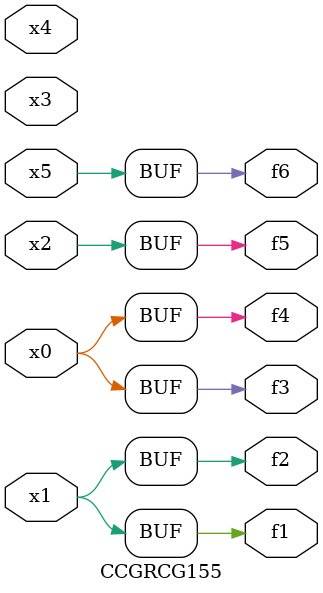
<source format=v>
module CCGRCG155(
	input x0, x1, x2, x3, x4, x5,
	output f1, f2, f3, f4, f5, f6
);
	assign f1 = x1;
	assign f2 = x1;
	assign f3 = x0;
	assign f4 = x0;
	assign f5 = x2;
	assign f6 = x5;
endmodule

</source>
